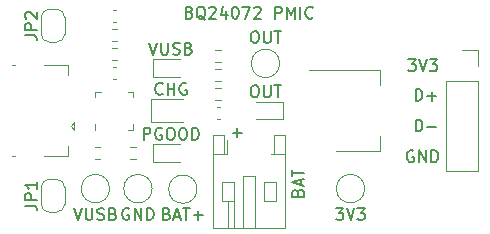
<source format=gbr>
%TF.GenerationSoftware,KiCad,Pcbnew,(6.0.0-0)*%
%TF.CreationDate,2022-08-17T15:30:41+02:00*%
%TF.ProjectId,bq24072_pmic_board,62713234-3037-4325-9f70-6d69635f626f,rev?*%
%TF.SameCoordinates,Original*%
%TF.FileFunction,Legend,Top*%
%TF.FilePolarity,Positive*%
%FSLAX46Y46*%
G04 Gerber Fmt 4.6, Leading zero omitted, Abs format (unit mm)*
G04 Created by KiCad (PCBNEW (6.0.0-0)) date 2022-08-17 15:30:41*
%MOMM*%
%LPD*%
G01*
G04 APERTURE LIST*
%ADD10C,0.150000*%
%ADD11C,0.120000*%
G04 APERTURE END LIST*
D10*
X139976190Y-81678571D02*
X140119047Y-81726190D01*
X140166666Y-81773809D01*
X140214285Y-81869047D01*
X140214285Y-82011904D01*
X140166666Y-82107142D01*
X140119047Y-82154761D01*
X140023809Y-82202380D01*
X139642857Y-82202380D01*
X139642857Y-81202380D01*
X139976190Y-81202380D01*
X140071428Y-81250000D01*
X140119047Y-81297619D01*
X140166666Y-81392857D01*
X140166666Y-81488095D01*
X140119047Y-81583333D01*
X140071428Y-81630952D01*
X139976190Y-81678571D01*
X139642857Y-81678571D01*
X141309523Y-82297619D02*
X141214285Y-82250000D01*
X141119047Y-82154761D01*
X140976190Y-82011904D01*
X140880952Y-81964285D01*
X140785714Y-81964285D01*
X140833333Y-82202380D02*
X140738095Y-82154761D01*
X140642857Y-82059523D01*
X140595238Y-81869047D01*
X140595238Y-81535714D01*
X140642857Y-81345238D01*
X140738095Y-81250000D01*
X140833333Y-81202380D01*
X141023809Y-81202380D01*
X141119047Y-81250000D01*
X141214285Y-81345238D01*
X141261904Y-81535714D01*
X141261904Y-81869047D01*
X141214285Y-82059523D01*
X141119047Y-82154761D01*
X141023809Y-82202380D01*
X140833333Y-82202380D01*
X141642857Y-81297619D02*
X141690476Y-81250000D01*
X141785714Y-81202380D01*
X142023809Y-81202380D01*
X142119047Y-81250000D01*
X142166666Y-81297619D01*
X142214285Y-81392857D01*
X142214285Y-81488095D01*
X142166666Y-81630952D01*
X141595238Y-82202380D01*
X142214285Y-82202380D01*
X143071428Y-81535714D02*
X143071428Y-82202380D01*
X142833333Y-81154761D02*
X142595238Y-81869047D01*
X143214285Y-81869047D01*
X143785714Y-81202380D02*
X143880952Y-81202380D01*
X143976190Y-81250000D01*
X144023809Y-81297619D01*
X144071428Y-81392857D01*
X144119047Y-81583333D01*
X144119047Y-81821428D01*
X144071428Y-82011904D01*
X144023809Y-82107142D01*
X143976190Y-82154761D01*
X143880952Y-82202380D01*
X143785714Y-82202380D01*
X143690476Y-82154761D01*
X143642857Y-82107142D01*
X143595238Y-82011904D01*
X143547619Y-81821428D01*
X143547619Y-81583333D01*
X143595238Y-81392857D01*
X143642857Y-81297619D01*
X143690476Y-81250000D01*
X143785714Y-81202380D01*
X144452380Y-81202380D02*
X145119047Y-81202380D01*
X144690476Y-82202380D01*
X145452380Y-81297619D02*
X145500000Y-81250000D01*
X145595238Y-81202380D01*
X145833333Y-81202380D01*
X145928571Y-81250000D01*
X145976190Y-81297619D01*
X146023809Y-81392857D01*
X146023809Y-81488095D01*
X145976190Y-81630952D01*
X145404761Y-82202380D01*
X146023809Y-82202380D01*
X147214285Y-82202380D02*
X147214285Y-81202380D01*
X147595238Y-81202380D01*
X147690476Y-81250000D01*
X147738095Y-81297619D01*
X147785714Y-81392857D01*
X147785714Y-81535714D01*
X147738095Y-81630952D01*
X147690476Y-81678571D01*
X147595238Y-81726190D01*
X147214285Y-81726190D01*
X148214285Y-82202380D02*
X148214285Y-81202380D01*
X148547619Y-81916666D01*
X148880952Y-81202380D01*
X148880952Y-82202380D01*
X149357142Y-82202380D02*
X149357142Y-81202380D01*
X150404761Y-82107142D02*
X150357142Y-82154761D01*
X150214285Y-82202380D01*
X150119047Y-82202380D01*
X149976190Y-82154761D01*
X149880952Y-82059523D01*
X149833333Y-81964285D01*
X149785714Y-81773809D01*
X149785714Y-81630952D01*
X149833333Y-81440476D01*
X149880952Y-81345238D01*
X149976190Y-81250000D01*
X150119047Y-81202380D01*
X150214285Y-81202380D01*
X150357142Y-81250000D01*
X150404761Y-81297619D01*
X158916785Y-93400000D02*
X158821547Y-93352380D01*
X158678690Y-93352380D01*
X158535833Y-93400000D01*
X158440595Y-93495238D01*
X158392976Y-93590476D01*
X158345357Y-93780952D01*
X158345357Y-93923809D01*
X158392976Y-94114285D01*
X158440595Y-94209523D01*
X158535833Y-94304761D01*
X158678690Y-94352380D01*
X158773928Y-94352380D01*
X158916785Y-94304761D01*
X158964404Y-94257142D01*
X158964404Y-93923809D01*
X158773928Y-93923809D01*
X159392976Y-94352380D02*
X159392976Y-93352380D01*
X159964404Y-94352380D01*
X159964404Y-93352380D01*
X160440595Y-94352380D02*
X160440595Y-93352380D01*
X160678690Y-93352380D01*
X160821547Y-93400000D01*
X160916785Y-93495238D01*
X160964404Y-93590476D01*
X161012023Y-93780952D01*
X161012023Y-93923809D01*
X160964404Y-94114285D01*
X160916785Y-94209523D01*
X160821547Y-94304761D01*
X160678690Y-94352380D01*
X160440595Y-94352380D01*
X149128571Y-96938095D02*
X149176190Y-96795238D01*
X149223809Y-96747619D01*
X149319047Y-96700000D01*
X149461904Y-96700000D01*
X149557142Y-96747619D01*
X149604761Y-96795238D01*
X149652380Y-96890476D01*
X149652380Y-97271428D01*
X148652380Y-97271428D01*
X148652380Y-96938095D01*
X148700000Y-96842857D01*
X148747619Y-96795238D01*
X148842857Y-96747619D01*
X148938095Y-96747619D01*
X149033333Y-96795238D01*
X149080952Y-96842857D01*
X149128571Y-96938095D01*
X149128571Y-97271428D01*
X149366666Y-96319047D02*
X149366666Y-95842857D01*
X149652380Y-96414285D02*
X148652380Y-96080952D01*
X149652380Y-95747619D01*
X148652380Y-95557142D02*
X148652380Y-94985714D01*
X149652380Y-95271428D02*
X148652380Y-95271428D01*
X159102500Y-89152380D02*
X159102500Y-88152380D01*
X159340595Y-88152380D01*
X159483452Y-88200000D01*
X159578690Y-88295238D01*
X159626309Y-88390476D01*
X159673928Y-88580952D01*
X159673928Y-88723809D01*
X159626309Y-88914285D01*
X159578690Y-89009523D01*
X159483452Y-89104761D01*
X159340595Y-89152380D01*
X159102500Y-89152380D01*
X160102500Y-88771428D02*
X160864404Y-88771428D01*
X160483452Y-89152380D02*
X160483452Y-88390476D01*
X143619047Y-91871428D02*
X144380952Y-91871428D01*
X144000000Y-92252380D02*
X144000000Y-91490476D01*
X159102500Y-91752380D02*
X159102500Y-90752380D01*
X159340595Y-90752380D01*
X159483452Y-90800000D01*
X159578690Y-90895238D01*
X159626309Y-90990476D01*
X159673928Y-91180952D01*
X159673928Y-91323809D01*
X159626309Y-91514285D01*
X159578690Y-91609523D01*
X159483452Y-91704761D01*
X159340595Y-91752380D01*
X159102500Y-91752380D01*
X160102500Y-91371428D02*
X160864404Y-91371428D01*
X158483452Y-85652380D02*
X159102500Y-85652380D01*
X158769166Y-86033333D01*
X158912023Y-86033333D01*
X159007261Y-86080952D01*
X159054880Y-86128571D01*
X159102500Y-86223809D01*
X159102500Y-86461904D01*
X159054880Y-86557142D01*
X159007261Y-86604761D01*
X158912023Y-86652380D01*
X158626309Y-86652380D01*
X158531071Y-86604761D01*
X158483452Y-86557142D01*
X159388214Y-85652380D02*
X159721547Y-86652380D01*
X160054880Y-85652380D01*
X160292976Y-85652380D02*
X160912023Y-85652380D01*
X160578690Y-86033333D01*
X160721547Y-86033333D01*
X160816785Y-86080952D01*
X160864404Y-86128571D01*
X160912023Y-86223809D01*
X160912023Y-86461904D01*
X160864404Y-86557142D01*
X160816785Y-86604761D01*
X160721547Y-86652380D01*
X160435833Y-86652380D01*
X160340595Y-86604761D01*
X160292976Y-86557142D01*
%TO.C,TP105*%
X130166666Y-98252380D02*
X130500000Y-99252380D01*
X130833333Y-98252380D01*
X131166666Y-98252380D02*
X131166666Y-99061904D01*
X131214285Y-99157142D01*
X131261904Y-99204761D01*
X131357142Y-99252380D01*
X131547619Y-99252380D01*
X131642857Y-99204761D01*
X131690476Y-99157142D01*
X131738095Y-99061904D01*
X131738095Y-98252380D01*
X132166666Y-99204761D02*
X132309523Y-99252380D01*
X132547619Y-99252380D01*
X132642857Y-99204761D01*
X132690476Y-99157142D01*
X132738095Y-99061904D01*
X132738095Y-98966666D01*
X132690476Y-98871428D01*
X132642857Y-98823809D01*
X132547619Y-98776190D01*
X132357142Y-98728571D01*
X132261904Y-98680952D01*
X132214285Y-98633333D01*
X132166666Y-98538095D01*
X132166666Y-98442857D01*
X132214285Y-98347619D01*
X132261904Y-98300000D01*
X132357142Y-98252380D01*
X132595238Y-98252380D01*
X132738095Y-98300000D01*
X133500000Y-98728571D02*
X133642857Y-98776190D01*
X133690476Y-98823809D01*
X133738095Y-98919047D01*
X133738095Y-99061904D01*
X133690476Y-99157142D01*
X133642857Y-99204761D01*
X133547619Y-99252380D01*
X133166666Y-99252380D01*
X133166666Y-98252380D01*
X133500000Y-98252380D01*
X133595238Y-98300000D01*
X133642857Y-98347619D01*
X133690476Y-98442857D01*
X133690476Y-98538095D01*
X133642857Y-98633333D01*
X133595238Y-98680952D01*
X133500000Y-98728571D01*
X133166666Y-98728571D01*
%TO.C,D101*%
X136566666Y-84252380D02*
X136900000Y-85252380D01*
X137233333Y-84252380D01*
X137566666Y-84252380D02*
X137566666Y-85061904D01*
X137614285Y-85157142D01*
X137661904Y-85204761D01*
X137757142Y-85252380D01*
X137947619Y-85252380D01*
X138042857Y-85204761D01*
X138090476Y-85157142D01*
X138138095Y-85061904D01*
X138138095Y-84252380D01*
X138566666Y-85204761D02*
X138709523Y-85252380D01*
X138947619Y-85252380D01*
X139042857Y-85204761D01*
X139090476Y-85157142D01*
X139138095Y-85061904D01*
X139138095Y-84966666D01*
X139090476Y-84871428D01*
X139042857Y-84823809D01*
X138947619Y-84776190D01*
X138757142Y-84728571D01*
X138661904Y-84680952D01*
X138614285Y-84633333D01*
X138566666Y-84538095D01*
X138566666Y-84442857D01*
X138614285Y-84347619D01*
X138661904Y-84300000D01*
X138757142Y-84252380D01*
X138995238Y-84252380D01*
X139138095Y-84300000D01*
X139900000Y-84728571D02*
X140042857Y-84776190D01*
X140090476Y-84823809D01*
X140138095Y-84919047D01*
X140138095Y-85061904D01*
X140090476Y-85157142D01*
X140042857Y-85204761D01*
X139947619Y-85252380D01*
X139566666Y-85252380D01*
X139566666Y-84252380D01*
X139900000Y-84252380D01*
X139995238Y-84300000D01*
X140042857Y-84347619D01*
X140090476Y-84442857D01*
X140090476Y-84538095D01*
X140042857Y-84633333D01*
X139995238Y-84680952D01*
X139900000Y-84728571D01*
X139566666Y-84728571D01*
%TO.C,TP101*%
X138042857Y-98728571D02*
X138185714Y-98776190D01*
X138233333Y-98823809D01*
X138280952Y-98919047D01*
X138280952Y-99061904D01*
X138233333Y-99157142D01*
X138185714Y-99204761D01*
X138090476Y-99252380D01*
X137709523Y-99252380D01*
X137709523Y-98252380D01*
X138042857Y-98252380D01*
X138138095Y-98300000D01*
X138185714Y-98347619D01*
X138233333Y-98442857D01*
X138233333Y-98538095D01*
X138185714Y-98633333D01*
X138138095Y-98680952D01*
X138042857Y-98728571D01*
X137709523Y-98728571D01*
X138661904Y-98966666D02*
X139138095Y-98966666D01*
X138566666Y-99252380D02*
X138900000Y-98252380D01*
X139233333Y-99252380D01*
X139423809Y-98252380D02*
X139995238Y-98252380D01*
X139709523Y-99252380D02*
X139709523Y-98252380D01*
X140328571Y-98871428D02*
X141090476Y-98871428D01*
X140709523Y-99252380D02*
X140709523Y-98490476D01*
%TO.C,TP103*%
X134838095Y-98300000D02*
X134742857Y-98252380D01*
X134600000Y-98252380D01*
X134457142Y-98300000D01*
X134361904Y-98395238D01*
X134314285Y-98490476D01*
X134266666Y-98680952D01*
X134266666Y-98823809D01*
X134314285Y-99014285D01*
X134361904Y-99109523D01*
X134457142Y-99204761D01*
X134600000Y-99252380D01*
X134695238Y-99252380D01*
X134838095Y-99204761D01*
X134885714Y-99157142D01*
X134885714Y-98823809D01*
X134695238Y-98823809D01*
X135314285Y-99252380D02*
X135314285Y-98252380D01*
X135885714Y-99252380D01*
X135885714Y-98252380D01*
X136361904Y-99252380D02*
X136361904Y-98252380D01*
X136600000Y-98252380D01*
X136742857Y-98300000D01*
X136838095Y-98395238D01*
X136885714Y-98490476D01*
X136933333Y-98680952D01*
X136933333Y-98823809D01*
X136885714Y-99014285D01*
X136838095Y-99109523D01*
X136742857Y-99204761D01*
X136600000Y-99252380D01*
X136361904Y-99252380D01*
%TO.C,JP1*%
X126052380Y-98033333D02*
X126766666Y-98033333D01*
X126909523Y-98080952D01*
X127004761Y-98176190D01*
X127052380Y-98319047D01*
X127052380Y-98414285D01*
X127052380Y-97557142D02*
X126052380Y-97557142D01*
X126052380Y-97176190D01*
X126100000Y-97080952D01*
X126147619Y-97033333D01*
X126242857Y-96985714D01*
X126385714Y-96985714D01*
X126480952Y-97033333D01*
X126528571Y-97080952D01*
X126576190Y-97176190D01*
X126576190Y-97557142D01*
X127052380Y-96033333D02*
X127052380Y-96604761D01*
X127052380Y-96319047D02*
X126052380Y-96319047D01*
X126195238Y-96414285D01*
X126290476Y-96509523D01*
X126338095Y-96604761D01*
%TO.C,D102*%
X145400000Y-87852380D02*
X145590476Y-87852380D01*
X145685714Y-87900000D01*
X145780952Y-87995238D01*
X145828571Y-88185714D01*
X145828571Y-88519047D01*
X145780952Y-88709523D01*
X145685714Y-88804761D01*
X145590476Y-88852380D01*
X145400000Y-88852380D01*
X145304761Y-88804761D01*
X145209523Y-88709523D01*
X145161904Y-88519047D01*
X145161904Y-88185714D01*
X145209523Y-87995238D01*
X145304761Y-87900000D01*
X145400000Y-87852380D01*
X146257142Y-87852380D02*
X146257142Y-88661904D01*
X146304761Y-88757142D01*
X146352380Y-88804761D01*
X146447619Y-88852380D01*
X146638095Y-88852380D01*
X146733333Y-88804761D01*
X146780952Y-88757142D01*
X146828571Y-88661904D01*
X146828571Y-87852380D01*
X147161904Y-87852380D02*
X147733333Y-87852380D01*
X147447619Y-88852380D02*
X147447619Y-87852380D01*
%TO.C,D202*%
X136090476Y-92452380D02*
X136090476Y-91452380D01*
X136471428Y-91452380D01*
X136566666Y-91500000D01*
X136614285Y-91547619D01*
X136661904Y-91642857D01*
X136661904Y-91785714D01*
X136614285Y-91880952D01*
X136566666Y-91928571D01*
X136471428Y-91976190D01*
X136090476Y-91976190D01*
X137614285Y-91500000D02*
X137519047Y-91452380D01*
X137376190Y-91452380D01*
X137233333Y-91500000D01*
X137138095Y-91595238D01*
X137090476Y-91690476D01*
X137042857Y-91880952D01*
X137042857Y-92023809D01*
X137090476Y-92214285D01*
X137138095Y-92309523D01*
X137233333Y-92404761D01*
X137376190Y-92452380D01*
X137471428Y-92452380D01*
X137614285Y-92404761D01*
X137661904Y-92357142D01*
X137661904Y-92023809D01*
X137471428Y-92023809D01*
X138280952Y-91452380D02*
X138471428Y-91452380D01*
X138566666Y-91500000D01*
X138661904Y-91595238D01*
X138709523Y-91785714D01*
X138709523Y-92119047D01*
X138661904Y-92309523D01*
X138566666Y-92404761D01*
X138471428Y-92452380D01*
X138280952Y-92452380D01*
X138185714Y-92404761D01*
X138090476Y-92309523D01*
X138042857Y-92119047D01*
X138042857Y-91785714D01*
X138090476Y-91595238D01*
X138185714Y-91500000D01*
X138280952Y-91452380D01*
X139328571Y-91452380D02*
X139519047Y-91452380D01*
X139614285Y-91500000D01*
X139709523Y-91595238D01*
X139757142Y-91785714D01*
X139757142Y-92119047D01*
X139709523Y-92309523D01*
X139614285Y-92404761D01*
X139519047Y-92452380D01*
X139328571Y-92452380D01*
X139233333Y-92404761D01*
X139138095Y-92309523D01*
X139090476Y-92119047D01*
X139090476Y-91785714D01*
X139138095Y-91595238D01*
X139233333Y-91500000D01*
X139328571Y-91452380D01*
X140185714Y-92452380D02*
X140185714Y-91452380D01*
X140423809Y-91452380D01*
X140566666Y-91500000D01*
X140661904Y-91595238D01*
X140709523Y-91690476D01*
X140757142Y-91880952D01*
X140757142Y-92023809D01*
X140709523Y-92214285D01*
X140661904Y-92309523D01*
X140566666Y-92404761D01*
X140423809Y-92452380D01*
X140185714Y-92452380D01*
%TO.C,TP102*%
X145400000Y-83252380D02*
X145590476Y-83252380D01*
X145685714Y-83300000D01*
X145780952Y-83395238D01*
X145828571Y-83585714D01*
X145828571Y-83919047D01*
X145780952Y-84109523D01*
X145685714Y-84204761D01*
X145590476Y-84252380D01*
X145400000Y-84252380D01*
X145304761Y-84204761D01*
X145209523Y-84109523D01*
X145161904Y-83919047D01*
X145161904Y-83585714D01*
X145209523Y-83395238D01*
X145304761Y-83300000D01*
X145400000Y-83252380D01*
X146257142Y-83252380D02*
X146257142Y-84061904D01*
X146304761Y-84157142D01*
X146352380Y-84204761D01*
X146447619Y-84252380D01*
X146638095Y-84252380D01*
X146733333Y-84204761D01*
X146780952Y-84157142D01*
X146828571Y-84061904D01*
X146828571Y-83252380D01*
X147161904Y-83252380D02*
X147733333Y-83252380D01*
X147447619Y-84252380D02*
X147447619Y-83252380D01*
%TO.C,TP104*%
X152361904Y-98252380D02*
X152980952Y-98252380D01*
X152647619Y-98633333D01*
X152790476Y-98633333D01*
X152885714Y-98680952D01*
X152933333Y-98728571D01*
X152980952Y-98823809D01*
X152980952Y-99061904D01*
X152933333Y-99157142D01*
X152885714Y-99204761D01*
X152790476Y-99252380D01*
X152504761Y-99252380D01*
X152409523Y-99204761D01*
X152361904Y-99157142D01*
X153266666Y-98252380D02*
X153600000Y-99252380D01*
X153933333Y-98252380D01*
X154171428Y-98252380D02*
X154790476Y-98252380D01*
X154457142Y-98633333D01*
X154600000Y-98633333D01*
X154695238Y-98680952D01*
X154742857Y-98728571D01*
X154790476Y-98823809D01*
X154790476Y-99061904D01*
X154742857Y-99157142D01*
X154695238Y-99204761D01*
X154600000Y-99252380D01*
X154314285Y-99252380D01*
X154219047Y-99204761D01*
X154171428Y-99157142D01*
%TO.C,JP2*%
X126052380Y-83633333D02*
X126766666Y-83633333D01*
X126909523Y-83680952D01*
X127004761Y-83776190D01*
X127052380Y-83919047D01*
X127052380Y-84014285D01*
X127052380Y-83157142D02*
X126052380Y-83157142D01*
X126052380Y-82776190D01*
X126100000Y-82680952D01*
X126147619Y-82633333D01*
X126242857Y-82585714D01*
X126385714Y-82585714D01*
X126480952Y-82633333D01*
X126528571Y-82680952D01*
X126576190Y-82776190D01*
X126576190Y-83157142D01*
X126147619Y-82204761D02*
X126100000Y-82157142D01*
X126052380Y-82061904D01*
X126052380Y-81823809D01*
X126100000Y-81728571D01*
X126147619Y-81680952D01*
X126242857Y-81633333D01*
X126338095Y-81633333D01*
X126480952Y-81680952D01*
X127052380Y-82252380D01*
X127052380Y-81633333D01*
%TO.C,D203*%
X137685714Y-88557142D02*
X137638095Y-88604761D01*
X137495238Y-88652380D01*
X137400000Y-88652380D01*
X137257142Y-88604761D01*
X137161904Y-88509523D01*
X137114285Y-88414285D01*
X137066666Y-88223809D01*
X137066666Y-88080952D01*
X137114285Y-87890476D01*
X137161904Y-87795238D01*
X137257142Y-87700000D01*
X137400000Y-87652380D01*
X137495238Y-87652380D01*
X137638095Y-87700000D01*
X137685714Y-87747619D01*
X138114285Y-88652380D02*
X138114285Y-87652380D01*
X138114285Y-88128571D02*
X138685714Y-88128571D01*
X138685714Y-88652380D02*
X138685714Y-87652380D01*
X139685714Y-87700000D02*
X139590476Y-87652380D01*
X139447619Y-87652380D01*
X139304761Y-87700000D01*
X139209523Y-87795238D01*
X139161904Y-87890476D01*
X139114285Y-88080952D01*
X139114285Y-88223809D01*
X139161904Y-88414285D01*
X139209523Y-88509523D01*
X139304761Y-88604761D01*
X139447619Y-88652380D01*
X139542857Y-88652380D01*
X139685714Y-88604761D01*
X139733333Y-88557142D01*
X139733333Y-88223809D01*
X139542857Y-88223809D01*
D11*
%TO.C,R204*%
X135437258Y-93077500D02*
X134962742Y-93077500D01*
X135437258Y-94122500D02*
X134962742Y-94122500D01*
%TO.C,TP105*%
X133200000Y-96600000D02*
G75*
G03*
X133200000Y-96600000I-1200000J0D01*
G01*
%TO.C,R101*%
X133862258Y-84122500D02*
X133387742Y-84122500D01*
X133862258Y-83077500D02*
X133387742Y-83077500D01*
%TO.C,R203*%
X131937742Y-94122500D02*
X132412258Y-94122500D01*
X131937742Y-93077500D02*
X132412258Y-93077500D01*
%TO.C,J103*%
X164355000Y-87470000D02*
X164355000Y-95150000D01*
X161695000Y-87470000D02*
X164355000Y-87470000D01*
X164355000Y-84870000D02*
X164355000Y-86200000D01*
X161695000Y-87470000D02*
X161695000Y-95150000D01*
X161695000Y-95150000D02*
X164355000Y-95150000D01*
X163025000Y-84870000D02*
X164355000Y-84870000D01*
%TO.C,R102*%
X142162742Y-87522500D02*
X142637258Y-87522500D01*
X142162742Y-86477500D02*
X142637258Y-86477500D01*
%TO.C,D101*%
X139200000Y-85665000D02*
X136915000Y-85665000D01*
X136915000Y-87135000D02*
X139200000Y-87135000D01*
X136915000Y-85665000D02*
X136915000Y-87135000D01*
%TO.C,C202*%
X133459420Y-86290000D02*
X133740580Y-86290000D01*
X133459420Y-87310000D02*
X133740580Y-87310000D01*
%TO.C,J102*%
X144500000Y-95550000D02*
X145500000Y-95550000D01*
X148060000Y-92090000D02*
X147140000Y-92090000D01*
X146300000Y-97650000D02*
X146300000Y-96050000D01*
X147140000Y-92090000D02*
X147140000Y-93690000D01*
X147300000Y-97650000D02*
X146300000Y-97650000D01*
X142700000Y-96050000D02*
X142700000Y-97650000D01*
X143200000Y-97650000D02*
X143200000Y-99910000D01*
X142860000Y-93690000D02*
X142860000Y-92090000D01*
X141940000Y-99910000D02*
X148060000Y-99910000D01*
X145500000Y-95550000D02*
X145500000Y-99910000D01*
X143700000Y-97650000D02*
X143700000Y-96050000D01*
X142860000Y-92090000D02*
X141940000Y-92090000D01*
X141940000Y-93690000D02*
X142860000Y-93690000D01*
X141940000Y-92090000D02*
X141940000Y-99910000D01*
X147140000Y-93690000D02*
X146860000Y-93690000D01*
X144500000Y-99910000D02*
X144500000Y-95550000D01*
X146300000Y-96050000D02*
X147300000Y-96050000D01*
X143140000Y-93690000D02*
X143140000Y-92475000D01*
X143700000Y-96050000D02*
X142700000Y-96050000D01*
X143700000Y-97650000D02*
X143700000Y-99910000D01*
X148060000Y-93690000D02*
X147140000Y-93690000D01*
X143140000Y-93690000D02*
X142860000Y-93690000D01*
X148060000Y-99910000D02*
X148060000Y-92090000D01*
X147300000Y-96050000D02*
X147300000Y-97650000D01*
X142700000Y-97650000D02*
X143700000Y-97650000D01*
%TO.C,TP101*%
X140600000Y-96650000D02*
G75*
G03*
X140600000Y-96650000I-1200000J0D01*
G01*
%TO.C,TP103*%
X136800000Y-96600000D02*
G75*
G03*
X136800000Y-96600000I-1200000J0D01*
G01*
%TO.C,C203*%
X142259420Y-89690000D02*
X142540580Y-89690000D01*
X142259420Y-90710000D02*
X142540580Y-90710000D01*
%TO.C,U201*%
X131990000Y-91135000D02*
X131990000Y-91610000D01*
X135210000Y-88865000D02*
X135210000Y-88390000D01*
X135210000Y-91135000D02*
X135210000Y-91610000D01*
X135210000Y-91610000D02*
X134735000Y-91610000D01*
X135210000Y-88390000D02*
X134735000Y-88390000D01*
X131990000Y-88865000D02*
X131990000Y-88390000D01*
X131990000Y-88390000D02*
X132465000Y-88390000D01*
%TO.C,R202*%
X133387742Y-85722500D02*
X133862258Y-85722500D01*
X133387742Y-84677500D02*
X133862258Y-84677500D01*
%TO.C,JP1*%
X128100000Y-95800000D02*
X128700000Y-95800000D01*
X128700000Y-98600000D02*
X128100000Y-98600000D01*
X129400000Y-96500000D02*
X129400000Y-97900000D01*
X127400000Y-97900000D02*
X127400000Y-96500000D01*
X128700000Y-98600000D02*
G75*
G03*
X129400000Y-97900000I1J699999D01*
G01*
X127400000Y-97900000D02*
G75*
G03*
X128100000Y-98600000I699999J-1D01*
G01*
X129400000Y-96500000D02*
G75*
G03*
X128700000Y-95800000I-699999J1D01*
G01*
X128100000Y-95800000D02*
G75*
G03*
X127400000Y-96500000I-1J-699999D01*
G01*
%TO.C,D102*%
X147885000Y-89265000D02*
X145600000Y-89265000D01*
X147885000Y-90735000D02*
X147885000Y-89265000D01*
X145600000Y-90735000D02*
X147885000Y-90735000D01*
%TO.C,J101*%
X129920000Y-91300000D02*
X130220000Y-91600000D01*
X129690000Y-86130000D02*
X127620000Y-86130000D01*
X129690000Y-93000000D02*
X129690000Y-93870000D01*
X129690000Y-86130000D02*
X129690000Y-87000000D01*
X129690000Y-93870000D02*
X127620000Y-93870000D01*
X130220000Y-91000000D02*
X130220000Y-91600000D01*
X125220000Y-93870000D02*
X124970000Y-93870000D01*
X129920000Y-91300000D02*
X130220000Y-91000000D01*
X125220000Y-86130000D02*
X124970000Y-86130000D01*
%TO.C,C201*%
X133459420Y-81490000D02*
X133740580Y-81490000D01*
X133459420Y-82510000D02*
X133740580Y-82510000D01*
%TO.C,R205*%
X142162742Y-89122500D02*
X142637258Y-89122500D01*
X142162742Y-88077500D02*
X142637258Y-88077500D01*
%TO.C,D202*%
X139200000Y-92865000D02*
X136915000Y-92865000D01*
X136915000Y-92865000D02*
X136915000Y-94335000D01*
X136915000Y-94335000D02*
X139200000Y-94335000D01*
%TO.C,R206*%
X142637258Y-85922500D02*
X142162742Y-85922500D01*
X142637258Y-84877500D02*
X142162742Y-84877500D01*
%TO.C,U101*%
X150100000Y-86590000D02*
X156110000Y-86590000D01*
X156110000Y-93410000D02*
X156110000Y-92150000D01*
X156110000Y-86590000D02*
X156110000Y-87850000D01*
X152350000Y-93410000D02*
X156110000Y-93410000D01*
%TO.C,TP102*%
X147600000Y-86000000D02*
G75*
G03*
X147600000Y-86000000I-1200000J0D01*
G01*
%TO.C,TP104*%
X154800000Y-96600000D02*
G75*
G03*
X154800000Y-96600000I-1200000J0D01*
G01*
%TO.C,JP2*%
X129400000Y-82100000D02*
X129400000Y-83500000D01*
X128700000Y-84200000D02*
X128100000Y-84200000D01*
X128100000Y-81400000D02*
X128700000Y-81400000D01*
X127400000Y-83500000D02*
X127400000Y-82100000D01*
X127400000Y-83500000D02*
G75*
G03*
X128100000Y-84200000I699999J-1D01*
G01*
X128700000Y-84200000D02*
G75*
G03*
X129400000Y-83500000I1J699999D01*
G01*
X128100000Y-81400000D02*
G75*
G03*
X127400000Y-82100000I-1J-699999D01*
G01*
X129400000Y-82100000D02*
G75*
G03*
X128700000Y-81400000I-699999J1D01*
G01*
%TO.C,D203*%
X139400000Y-89040000D02*
X136715000Y-89040000D01*
X136715000Y-90960000D02*
X139400000Y-90960000D01*
X136715000Y-89040000D02*
X136715000Y-90960000D01*
%TD*%
M02*

</source>
